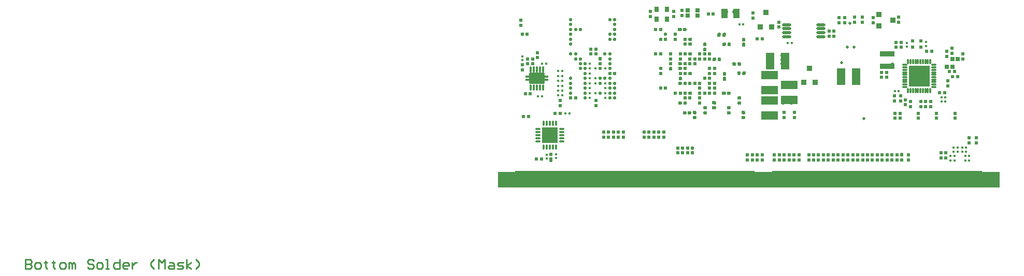
<source format=gbr>
G04 Layer_Color=16711935*
%FSLAX24Y24*%
%MOIN*%
%TF.FileFunction,Soldermask,Bot*%
%TF.Part,Single*%
G01*
G75*
%TA.AperFunction,NonConductor*%
%ADD53C,0.0100*%
%TA.AperFunction,SMDPad,SMDef*%
%ADD99R,0.0240X0.0220*%
%TA.AperFunction,NonConductor*%
%ADD101R,3.2283X0.1024*%
%TA.AperFunction,SMDPad,CuDef*%
%ADD102O,0.0591X0.0178*%
%ADD103R,0.0178X0.0178*%
%ADD104R,0.1351X0.1351*%
%ADD105O,0.0335X0.0119*%
%ADD106O,0.0119X0.0335*%
%ADD107R,0.0273X0.1100*%
%ADD108R,0.0946X0.0375*%
G04:AMPARAMS|DCode=109|XSize=70.5mil|YSize=100mil|CornerRadius=4.7mil|HoleSize=0mil|Usage=FLASHONLY|Rotation=270.000|XOffset=0mil|YOffset=0mil|HoleType=Round|Shape=RoundedRectangle|*
%AMROUNDEDRECTD109*
21,1,0.0705,0.0906,0,0,270.0*
21,1,0.0611,0.1000,0,0,270.0*
1,1,0.0094,-0.0453,-0.0305*
1,1,0.0094,-0.0453,0.0305*
1,1,0.0094,0.0453,0.0305*
1,1,0.0094,0.0453,-0.0305*
%
%ADD109ROUNDEDRECTD109*%
G04:AMPARAMS|DCode=110|XSize=16.5mil|YSize=39mil|CornerRadius=4.7mil|HoleSize=0mil|Usage=FLASHONLY|Rotation=180.000|XOffset=0mil|YOffset=0mil|HoleType=Round|Shape=RoundedRectangle|*
%AMROUNDEDRECTD110*
21,1,0.0165,0.0295,0,0,180.0*
21,1,0.0071,0.0390,0,0,180.0*
1,1,0.0095,-0.0035,0.0147*
1,1,0.0095,0.0035,0.0147*
1,1,0.0095,0.0035,-0.0147*
1,1,0.0095,-0.0035,-0.0147*
%
%ADD110ROUNDEDRECTD110*%
%ADD111R,0.0296X0.0375*%
%ADD112R,0.0245X0.0237*%
%ADD113R,0.0178X0.0178*%
%ADD114R,0.0335X0.0335*%
%ADD115R,0.0335X0.0335*%
%ADD116R,0.1024X0.1024*%
%ADD117O,0.0394X0.0138*%
%ADD118O,0.0138X0.0394*%
%ADD119R,0.0237X0.0245*%
%ADD120R,0.0257X0.0257*%
%ADD121R,0.0257X0.0257*%
%ADD122R,0.0571X0.1064*%
%ADD123R,0.1064X0.0571*%
%ADD124R,0.0434X0.0611*%
%TA.AperFunction,Conductor*%
%ADD125R,0.0316X0.0150*%
%TA.AperFunction,ViaPad*%
%ADD126C,0.0210*%
%TA.AperFunction,TestPad*%
%ADD127C,0.0200*%
%TA.AperFunction,ViaPad*%
%ADD128C,0.0200*%
D53*
X-30400Y-4600D02*
Y-5200D01*
X-30100D01*
X-30000Y-5100D01*
Y-5000D01*
X-30100Y-4900D01*
X-30400D01*
X-30100D01*
X-30000Y-4800D01*
Y-4700D01*
X-30100Y-4600D01*
X-30400D01*
X-29700Y-5200D02*
X-29500D01*
X-29400Y-5100D01*
Y-4900D01*
X-29500Y-4800D01*
X-29700D01*
X-29800Y-4900D01*
Y-5100D01*
X-29700Y-5200D01*
X-29100Y-4700D02*
Y-4800D01*
X-29200D01*
X-29000D01*
X-29100D01*
Y-5100D01*
X-29000Y-5200D01*
X-28601Y-4700D02*
Y-4800D01*
X-28701D01*
X-28501D01*
X-28601D01*
Y-5100D01*
X-28501Y-5200D01*
X-28101D02*
X-27901D01*
X-27801Y-5100D01*
Y-4900D01*
X-27901Y-4800D01*
X-28101D01*
X-28201Y-4900D01*
Y-5100D01*
X-28101Y-5200D01*
X-27601D02*
Y-4800D01*
X-27501D01*
X-27401Y-4900D01*
Y-5200D01*
Y-4900D01*
X-27301Y-4800D01*
X-27201Y-4900D01*
Y-5200D01*
X-26001Y-4700D02*
X-26101Y-4600D01*
X-26301D01*
X-26401Y-4700D01*
Y-4800D01*
X-26301Y-4900D01*
X-26101D01*
X-26001Y-5000D01*
Y-5100D01*
X-26101Y-5200D01*
X-26301D01*
X-26401Y-5100D01*
X-25702Y-5200D02*
X-25502D01*
X-25402Y-5100D01*
Y-4900D01*
X-25502Y-4800D01*
X-25702D01*
X-25801Y-4900D01*
Y-5100D01*
X-25702Y-5200D01*
X-25202D02*
X-25002D01*
X-25102D01*
Y-4600D01*
X-25202D01*
X-24302D02*
Y-5200D01*
X-24602D01*
X-24702Y-5100D01*
Y-4900D01*
X-24602Y-4800D01*
X-24302D01*
X-23802Y-5200D02*
X-24002D01*
X-24102Y-5100D01*
Y-4900D01*
X-24002Y-4800D01*
X-23802D01*
X-23702Y-4900D01*
Y-5000D01*
X-24102D01*
X-23502Y-4800D02*
Y-5200D01*
Y-5000D01*
X-23402Y-4900D01*
X-23302Y-4800D01*
X-23202D01*
X-22103Y-5200D02*
X-22303Y-5000D01*
Y-4800D01*
X-22103Y-4600D01*
X-21803Y-5200D02*
Y-4600D01*
X-21603Y-4800D01*
X-21403Y-4600D01*
Y-5200D01*
X-21103Y-4800D02*
X-20903D01*
X-20803Y-4900D01*
Y-5200D01*
X-21103D01*
X-21203Y-5100D01*
X-21103Y-5000D01*
X-20803D01*
X-20603Y-5200D02*
X-20303D01*
X-20203Y-5100D01*
X-20303Y-5000D01*
X-20503D01*
X-20603Y-4900D01*
X-20503Y-4800D01*
X-20203D01*
X-20003Y-5200D02*
Y-4600D01*
Y-5000D02*
X-19703Y-4800D01*
X-20003Y-5000D02*
X-19703Y-5200D01*
X-19404D02*
X-19204Y-5000D01*
Y-4800D01*
X-19404Y-4600D01*
D99*
X26673Y9065D02*
D03*
Y9459D02*
D03*
X27205D02*
D03*
Y9065D02*
D03*
D101*
X16142Y512D02*
D03*
D102*
X20787Y10502D02*
D03*
Y10246D02*
D03*
Y9990D02*
D03*
Y9734D02*
D03*
X18583Y10502D02*
D03*
Y10246D02*
D03*
Y9990D02*
D03*
Y9734D02*
D03*
D103*
X7165Y7677D02*
D03*
X6909D02*
D03*
X5020Y8307D02*
D03*
X5276D02*
D03*
X25541Y6220D02*
D03*
X25797D02*
D03*
X4144Y7205D02*
D03*
X3888D02*
D03*
X30069Y2047D02*
D03*
X30325D02*
D03*
X29872Y2323D02*
D03*
X30128D02*
D03*
X29577D02*
D03*
X29321D02*
D03*
X29380Y2047D02*
D03*
X29124D02*
D03*
X30069Y1772D02*
D03*
X30325D02*
D03*
X29872Y2598D02*
D03*
X30128D02*
D03*
X29577D02*
D03*
X29321D02*
D03*
X29380Y1772D02*
D03*
X29124D02*
D03*
X15797Y10512D02*
D03*
X15541D02*
D03*
X28789Y5827D02*
D03*
X28533D02*
D03*
Y5551D02*
D03*
X28789D02*
D03*
X18652Y9331D02*
D03*
X18907D02*
D03*
X5906Y6732D02*
D03*
X5650D02*
D03*
X6545D02*
D03*
X6289D02*
D03*
X5906Y6417D02*
D03*
X5650D02*
D03*
X4144Y6575D02*
D03*
X3888D02*
D03*
X6909Y6417D02*
D03*
X7165D02*
D03*
X4144Y6260D02*
D03*
X3888D02*
D03*
X6909Y6102D02*
D03*
X7165D02*
D03*
X4144Y5945D02*
D03*
X3888D02*
D03*
X6909Y5787D02*
D03*
X7165D02*
D03*
X5650Y6102D02*
D03*
X5906D02*
D03*
X6289Y7677D02*
D03*
X6545D02*
D03*
X6535Y6102D02*
D03*
X6280D02*
D03*
X6289Y7047D02*
D03*
X6545D02*
D03*
X5650Y5787D02*
D03*
X5906D02*
D03*
Y7047D02*
D03*
X5650D02*
D03*
X7165Y6732D02*
D03*
X6909D02*
D03*
X3888Y6890D02*
D03*
X4144D02*
D03*
X5650Y7362D02*
D03*
X5906D02*
D03*
Y7677D02*
D03*
X5650D02*
D03*
Y7992D02*
D03*
X5906D02*
D03*
X3888Y7520D02*
D03*
X4144D02*
D03*
X4616Y4803D02*
D03*
X4360D02*
D03*
X3120Y7992D02*
D03*
X2864D02*
D03*
X2589Y5906D02*
D03*
X2844D02*
D03*
X7175Y8622D02*
D03*
X6919D02*
D03*
X7490Y9567D02*
D03*
X7234D02*
D03*
Y9882D02*
D03*
X7490D02*
D03*
Y10827D02*
D03*
X7234D02*
D03*
X4715Y8622D02*
D03*
X4970D02*
D03*
X5030Y10197D02*
D03*
X5285D02*
D03*
X7175Y7047D02*
D03*
X6919D02*
D03*
D104*
X27106Y7205D02*
D03*
D105*
X26171Y7913D02*
D03*
Y7756D02*
D03*
Y7598D02*
D03*
Y7441D02*
D03*
Y7283D02*
D03*
Y7126D02*
D03*
Y6969D02*
D03*
Y6811D02*
D03*
Y6654D02*
D03*
Y6496D02*
D03*
X28041D02*
D03*
Y6654D02*
D03*
Y6811D02*
D03*
Y6969D02*
D03*
Y7126D02*
D03*
Y7283D02*
D03*
Y7441D02*
D03*
Y7598D02*
D03*
Y7756D02*
D03*
Y7913D02*
D03*
D106*
X26398Y6270D02*
D03*
X26555D02*
D03*
X26713D02*
D03*
X26870D02*
D03*
X27028D02*
D03*
X27185D02*
D03*
X27343D02*
D03*
X27500D02*
D03*
X27657D02*
D03*
X27815D02*
D03*
Y8140D02*
D03*
X27657D02*
D03*
X27500D02*
D03*
X27343D02*
D03*
X27185D02*
D03*
X27028D02*
D03*
X26870D02*
D03*
X26713D02*
D03*
X26555D02*
D03*
X26398D02*
D03*
D107*
X1260Y551D02*
D03*
X1496D02*
D03*
X1732D02*
D03*
X1969D02*
D03*
X2205D02*
D03*
X2441D02*
D03*
X2677D02*
D03*
X2913D02*
D03*
X3150D02*
D03*
X3386D02*
D03*
X3622D02*
D03*
X3858D02*
D03*
X4094D02*
D03*
X4331D02*
D03*
X4567D02*
D03*
X4803D02*
D03*
X5039D02*
D03*
X5276D02*
D03*
X5512D02*
D03*
X5748D02*
D03*
X5984D02*
D03*
X6220D02*
D03*
X6457D02*
D03*
X6693D02*
D03*
X6929D02*
D03*
X7165D02*
D03*
X7402D02*
D03*
X7638D02*
D03*
X7874D02*
D03*
X8110D02*
D03*
X8346D02*
D03*
X8583D02*
D03*
X8819D02*
D03*
X9055D02*
D03*
X9291D02*
D03*
X9528D02*
D03*
X9764D02*
D03*
X10000D02*
D03*
X10236D02*
D03*
X10472D02*
D03*
X10709D02*
D03*
X10945D02*
D03*
X11181D02*
D03*
X11417D02*
D03*
X11654D02*
D03*
X11890D02*
D03*
X12126D02*
D03*
X12362D02*
D03*
X12598D02*
D03*
X12835D02*
D03*
X13071D02*
D03*
X13307D02*
D03*
X13543D02*
D03*
X13780D02*
D03*
X14016D02*
D03*
X14252D02*
D03*
X14488D02*
D03*
X14724D02*
D03*
X14961D02*
D03*
X15197D02*
D03*
X15433D02*
D03*
X15669D02*
D03*
X15906D02*
D03*
X16142D02*
D03*
X16378D02*
D03*
X17795D02*
D03*
X18032D02*
D03*
X18268D02*
D03*
X18504D02*
D03*
X18740D02*
D03*
X18976D02*
D03*
X19213D02*
D03*
X19449D02*
D03*
X19685D02*
D03*
X19921D02*
D03*
X20157D02*
D03*
X20394D02*
D03*
X20630D02*
D03*
X20866D02*
D03*
X21102D02*
D03*
X21339D02*
D03*
X21575D02*
D03*
X21811D02*
D03*
X22047D02*
D03*
X22283D02*
D03*
X22520D02*
D03*
X22756D02*
D03*
X22992D02*
D03*
X23228D02*
D03*
X23465D02*
D03*
X23701D02*
D03*
X23937D02*
D03*
X24173D02*
D03*
X24409D02*
D03*
X24646D02*
D03*
X24882D02*
D03*
X25118D02*
D03*
X25354D02*
D03*
X25591D02*
D03*
X25827D02*
D03*
X26063D02*
D03*
X26299D02*
D03*
X26535D02*
D03*
X26772D02*
D03*
X27008D02*
D03*
X27244D02*
D03*
X27480D02*
D03*
X27717D02*
D03*
X27953D02*
D03*
X28189D02*
D03*
X28425D02*
D03*
X28661D02*
D03*
X28898D02*
D03*
X29134D02*
D03*
X29370D02*
D03*
X29606D02*
D03*
X29843D02*
D03*
X30079D02*
D03*
X30315D02*
D03*
X30551D02*
D03*
X30787D02*
D03*
X31024D02*
D03*
D108*
X25039Y7835D02*
D03*
Y8622D02*
D03*
D109*
X2520Y7047D02*
D03*
D110*
X2126Y7628D02*
D03*
X2323D02*
D03*
X2520D02*
D03*
X2717D02*
D03*
X2913D02*
D03*
Y6467D02*
D03*
X2717D02*
D03*
X2520D02*
D03*
X2323D02*
D03*
X2126D02*
D03*
D111*
X10876Y11486D02*
D03*
X10226D02*
D03*
Y10876D02*
D03*
X10876D02*
D03*
D112*
X5984Y8943D02*
D03*
Y8616D02*
D03*
X29409Y4809D02*
D03*
Y4482D02*
D03*
X24134Y10951D02*
D03*
Y10624D02*
D03*
X30787Y2907D02*
D03*
Y3234D02*
D03*
X30315D02*
D03*
Y2907D02*
D03*
X11417Y9888D02*
D03*
Y9561D02*
D03*
X22939Y10661D02*
D03*
Y10988D02*
D03*
X23451Y10661D02*
D03*
Y10988D02*
D03*
X25787Y10663D02*
D03*
Y10990D02*
D03*
X11299Y11018D02*
D03*
Y11344D02*
D03*
X16417Y11266D02*
D03*
Y10939D02*
D03*
X25354Y1805D02*
D03*
Y2132D02*
D03*
X25039Y1805D02*
D03*
Y2132D02*
D03*
X24724Y1805D02*
D03*
Y2132D02*
D03*
X24409Y1805D02*
D03*
Y2132D02*
D03*
X24094Y1805D02*
D03*
Y2132D02*
D03*
X23780Y1805D02*
D03*
Y2132D02*
D03*
X23465Y1805D02*
D03*
Y2132D02*
D03*
X23150Y1805D02*
D03*
Y2132D02*
D03*
X22835Y1805D02*
D03*
Y2132D02*
D03*
X22520Y1805D02*
D03*
Y2132D02*
D03*
X22205Y1805D02*
D03*
Y2132D02*
D03*
X21890Y1805D02*
D03*
Y2132D02*
D03*
X21575Y1805D02*
D03*
Y2132D02*
D03*
X21260Y1805D02*
D03*
Y2132D02*
D03*
X20945Y1805D02*
D03*
Y2132D02*
D03*
X20630Y1805D02*
D03*
Y2132D02*
D03*
X20315Y1805D02*
D03*
Y2132D02*
D03*
X20000D02*
D03*
Y1805D02*
D03*
X26417Y2132D02*
D03*
Y1805D02*
D03*
X19055D02*
D03*
Y2132D02*
D03*
X18740D02*
D03*
Y1805D02*
D03*
X18425D02*
D03*
Y2132D02*
D03*
X18110D02*
D03*
Y1805D02*
D03*
X17795D02*
D03*
Y2132D02*
D03*
X17008D02*
D03*
Y1805D02*
D03*
X16693D02*
D03*
Y2132D02*
D03*
X16378D02*
D03*
Y1805D02*
D03*
X16063D02*
D03*
Y2132D02*
D03*
X10354Y3262D02*
D03*
Y3589D02*
D03*
X10039D02*
D03*
Y3262D02*
D03*
X9724D02*
D03*
Y3589D02*
D03*
X9409D02*
D03*
Y3262D02*
D03*
X19370Y2132D02*
D03*
Y1805D02*
D03*
X8071Y3589D02*
D03*
Y3262D02*
D03*
X7756D02*
D03*
Y3589D02*
D03*
X7441D02*
D03*
Y3262D02*
D03*
X7126D02*
D03*
Y3589D02*
D03*
X6811D02*
D03*
Y3262D02*
D03*
X1496Y10467D02*
D03*
Y10793D02*
D03*
X18425Y4522D02*
D03*
Y4848D02*
D03*
X19094D02*
D03*
Y4522D02*
D03*
X28228Y4482D02*
D03*
Y4809D02*
D03*
X27047D02*
D03*
Y4482D02*
D03*
X25866D02*
D03*
Y4809D02*
D03*
X25512Y5911D02*
D03*
Y5585D02*
D03*
X27205Y5230D02*
D03*
Y5557D02*
D03*
X12992Y5467D02*
D03*
Y5793D02*
D03*
X11732Y7041D02*
D03*
Y7368D02*
D03*
X1575Y7593D02*
D03*
Y7919D02*
D03*
X11102Y8301D02*
D03*
Y8628D02*
D03*
Y7998D02*
D03*
Y7671D02*
D03*
X6565Y7986D02*
D03*
Y8313D02*
D03*
X25984Y2132D02*
D03*
Y1805D02*
D03*
X25669D02*
D03*
Y2132D02*
D03*
X13307Y9219D02*
D03*
Y8892D02*
D03*
X9803Y11344D02*
D03*
Y11018D02*
D03*
X29213Y8982D02*
D03*
Y8656D02*
D03*
X28937Y6896D02*
D03*
Y6569D02*
D03*
X28898Y8785D02*
D03*
Y8459D02*
D03*
X29921Y8301D02*
D03*
Y8628D02*
D03*
X25551Y4482D02*
D03*
Y4809D02*
D03*
X3425Y2171D02*
D03*
Y1844D02*
D03*
X13622Y8628D02*
D03*
Y8301D02*
D03*
X13307Y8628D02*
D03*
Y8301D02*
D03*
X12992Y8628D02*
D03*
Y8301D02*
D03*
X14567Y7002D02*
D03*
Y7329D02*
D03*
X11850Y11423D02*
D03*
Y11096D02*
D03*
X10472Y7683D02*
D03*
Y7356D02*
D03*
X15827Y9207D02*
D03*
Y9533D02*
D03*
X12992Y6411D02*
D03*
Y6738D02*
D03*
X14843Y4837D02*
D03*
Y5163D02*
D03*
X13898Y5478D02*
D03*
Y5152D02*
D03*
X15551Y5793D02*
D03*
Y5467D02*
D03*
X15787Y4522D02*
D03*
Y4848D02*
D03*
X13346Y5163D02*
D03*
Y4837D02*
D03*
X12638Y4848D02*
D03*
Y4522D02*
D03*
X21299Y10085D02*
D03*
Y9758D02*
D03*
X21614D02*
D03*
Y10085D02*
D03*
X18071Y10675D02*
D03*
Y10348D02*
D03*
X22309Y10965D02*
D03*
Y10638D02*
D03*
X21955Y10632D02*
D03*
Y10959D02*
D03*
X6299Y5309D02*
D03*
Y5636D02*
D03*
X6299Y8616D02*
D03*
Y8943D02*
D03*
X4016Y5309D02*
D03*
Y5636D02*
D03*
X2559Y8380D02*
D03*
Y8707D02*
D03*
X11732Y8628D02*
D03*
Y8301D02*
D03*
X25906Y5585D02*
D03*
Y5911D02*
D03*
X26220Y5675D02*
D03*
Y5348D02*
D03*
X26535Y5230D02*
D03*
Y5557D02*
D03*
X11890Y2571D02*
D03*
Y2244D02*
D03*
X12205D02*
D03*
Y2571D02*
D03*
X12520Y2244D02*
D03*
Y2571D02*
D03*
X11575D02*
D03*
Y2244D02*
D03*
X10669Y3589D02*
D03*
Y3262D02*
D03*
X28819Y1923D02*
D03*
Y2250D02*
D03*
X28504D02*
D03*
Y1923D02*
D03*
D113*
X7520Y5817D02*
D03*
Y6073D02*
D03*
X27559Y9390D02*
D03*
Y9134D02*
D03*
X26299Y9341D02*
D03*
Y9085D02*
D03*
X3740Y2175D02*
D03*
Y1919D02*
D03*
X3150Y1880D02*
D03*
Y2136D02*
D03*
X1575Y8474D02*
D03*
Y8219D02*
D03*
X7520Y6447D02*
D03*
Y6703D02*
D03*
X7205Y8022D02*
D03*
Y8278D02*
D03*
X7520Y10226D02*
D03*
Y10482D02*
D03*
X4685Y6132D02*
D03*
Y6388D02*
D03*
Y7018D02*
D03*
Y6762D02*
D03*
X5315Y7707D02*
D03*
Y7963D02*
D03*
X4685Y9281D02*
D03*
Y9537D02*
D03*
X4685Y9911D02*
D03*
Y10167D02*
D03*
Y10541D02*
D03*
Y10797D02*
D03*
D114*
X24510Y10413D02*
D03*
Y11161D02*
D03*
X25411Y10787D02*
D03*
D115*
X17244Y11278D02*
D03*
X16870Y10376D02*
D03*
X17618D02*
D03*
X20413Y6793D02*
D03*
X19665D02*
D03*
X20039Y7695D02*
D03*
D116*
X3350Y3400D02*
D03*
D117*
X4118Y3006D02*
D03*
Y3203D02*
D03*
Y3400D02*
D03*
Y3597D02*
D03*
Y3794D02*
D03*
X2582D02*
D03*
Y3597D02*
D03*
Y3400D02*
D03*
Y3203D02*
D03*
Y3006D02*
D03*
D118*
X3744Y4168D02*
D03*
X3547D02*
D03*
X3350D02*
D03*
X3153D02*
D03*
X2956D02*
D03*
Y2632D02*
D03*
X3153D02*
D03*
X3350D02*
D03*
X3547D02*
D03*
X3744D02*
D03*
D119*
X12041Y9252D02*
D03*
X12368D02*
D03*
X13537Y11181D02*
D03*
X13864D02*
D03*
X17014Y9606D02*
D03*
X16687D02*
D03*
X1896Y9882D02*
D03*
X1569D02*
D03*
X27919Y8780D02*
D03*
X27593D02*
D03*
X28419Y6142D02*
D03*
X28746D02*
D03*
X1648Y4606D02*
D03*
X1974D02*
D03*
X3695Y4803D02*
D03*
X4022D02*
D03*
X12986Y6102D02*
D03*
X13313D02*
D03*
X2250Y7992D02*
D03*
X1923D02*
D03*
X4679Y5787D02*
D03*
X5006D02*
D03*
X7199Y7362D02*
D03*
X7526D02*
D03*
X27841Y5236D02*
D03*
X27514D02*
D03*
X29049Y7480D02*
D03*
X29376D02*
D03*
X29573Y7165D02*
D03*
X29246D02*
D03*
X25618Y9370D02*
D03*
X25945D02*
D03*
Y9055D02*
D03*
X25618D02*
D03*
X25006Y7441D02*
D03*
X24679D02*
D03*
Y7126D02*
D03*
X25006D02*
D03*
X2801Y1850D02*
D03*
X2474D02*
D03*
X12053Y7677D02*
D03*
X11726D02*
D03*
X12368Y7362D02*
D03*
X12041D02*
D03*
X11726Y7992D02*
D03*
X12053D02*
D03*
X13943Y7677D02*
D03*
X13616D02*
D03*
X13943Y6732D02*
D03*
X13616D02*
D03*
X13943Y6102D02*
D03*
X13616D02*
D03*
X13943Y6417D02*
D03*
X13616D02*
D03*
X13943Y7362D02*
D03*
X13616D02*
D03*
X12683Y7992D02*
D03*
X12356D02*
D03*
X12368Y6102D02*
D03*
X12041D02*
D03*
X12368Y8622D02*
D03*
X12041D02*
D03*
X10152Y10197D02*
D03*
X10478D02*
D03*
X10467Y9567D02*
D03*
X10793D02*
D03*
X10467Y6417D02*
D03*
X10793D02*
D03*
X10478Y8622D02*
D03*
X10152D02*
D03*
X15230Y7953D02*
D03*
X15557D02*
D03*
X14848Y6102D02*
D03*
X14522D02*
D03*
X15833Y7402D02*
D03*
X15506D02*
D03*
X12053Y5472D02*
D03*
X11726D02*
D03*
X13628Y7047D02*
D03*
X13301D02*
D03*
X14533Y9843D02*
D03*
X14207D02*
D03*
X14888Y9213D02*
D03*
X14561D02*
D03*
X13931Y8268D02*
D03*
X14258D02*
D03*
X11687Y10197D02*
D03*
X12014D02*
D03*
X12683Y8307D02*
D03*
X12356D02*
D03*
Y6732D02*
D03*
X12683D02*
D03*
X12368Y9567D02*
D03*
X12041D02*
D03*
X12329Y4843D02*
D03*
X12002D02*
D03*
X12362Y5787D02*
D03*
X12035D02*
D03*
X11726Y6732D02*
D03*
X12053D02*
D03*
X1923Y8307D02*
D03*
X2250D02*
D03*
X2093Y6063D02*
D03*
X1766D02*
D03*
X11411Y6102D02*
D03*
X11738D02*
D03*
X27514Y5551D02*
D03*
X27841D02*
D03*
D120*
X29587Y8307D02*
D03*
X29232D02*
D03*
X29232Y7795D02*
D03*
X28878D02*
D03*
D121*
X12835Y11437D02*
D03*
Y11083D02*
D03*
X12205D02*
D03*
Y11437D02*
D03*
D122*
X18474Y8150D02*
D03*
X17510D02*
D03*
X23041Y7165D02*
D03*
X22077D02*
D03*
D123*
X17480Y6289D02*
D03*
Y7254D02*
D03*
X18740Y6624D02*
D03*
Y5659D02*
D03*
X17480Y5610D02*
D03*
Y4646D02*
D03*
D124*
X15335Y11220D02*
D03*
X14587D02*
D03*
D125*
X1910Y7145D02*
D03*
X1910Y6949D02*
D03*
X3130Y6949D02*
D03*
X3130Y7145D02*
D03*
D126*
X3600Y3150D02*
D03*
Y3650D02*
D03*
X3100D02*
D03*
Y3150D02*
D03*
X3600Y3150D02*
D03*
Y3650D02*
D03*
X3100D02*
D03*
Y3150D02*
D03*
X31024Y394D02*
D03*
X30315D02*
D03*
X29134D02*
D03*
X28425D02*
D03*
X25118D02*
D03*
X23228D02*
D03*
X1260D02*
D03*
X1969D02*
D03*
X3150D02*
D03*
X3858D02*
D03*
X6457D02*
D03*
X9055D02*
D03*
X11654D02*
D03*
X15197Y11339D02*
D03*
X14724D02*
D03*
X26693Y7638D02*
D03*
Y7205D02*
D03*
Y6772D02*
D03*
X27126D02*
D03*
Y7638D02*
D03*
X27559D02*
D03*
Y7205D02*
D03*
Y6772D02*
D03*
X27126Y7205D02*
D03*
X2205Y6890D02*
D03*
Y7244D02*
D03*
X2835Y6850D02*
D03*
Y7244D02*
D03*
X2520Y7047D02*
D03*
X11732Y6102D02*
D03*
X11417D02*
D03*
X11102Y8628D02*
D03*
X18543Y6575D02*
D03*
X17717Y7402D02*
D03*
Y7126D02*
D03*
X17638Y8543D02*
D03*
X18898Y5472D02*
D03*
Y5748D02*
D03*
X18622D02*
D03*
X18346Y5472D02*
D03*
X17795D02*
D03*
Y5748D02*
D03*
X17520Y5472D02*
D03*
Y5748D02*
D03*
Y6299D02*
D03*
X23189Y6772D02*
D03*
X22913D02*
D03*
Y7520D02*
D03*
X23189D02*
D03*
Y7165D02*
D03*
X22913D02*
D03*
X22244Y7520D02*
D03*
X21969D02*
D03*
Y6772D02*
D03*
X22244Y7165D02*
D03*
X21969D02*
D03*
X22244Y6772D02*
D03*
X12205Y11378D02*
D03*
X15512Y7362D02*
D03*
X23228Y945D02*
D03*
X25118D02*
D03*
X14567Y6102D02*
D03*
X14882D02*
D03*
X12992D02*
D03*
X11654Y945D02*
D03*
X9055D02*
D03*
X6457D02*
D03*
X3150D02*
D03*
X1969D02*
D03*
X1260D02*
D03*
X5984Y8937D02*
D03*
X5000Y5787D02*
D03*
X6299Y8937D02*
D03*
X5630Y6417D02*
D03*
X6575Y7677D02*
D03*
X5630Y6732D02*
D03*
X6575D02*
D03*
Y7047D02*
D03*
X6890Y7047D02*
D03*
X5630Y7677D02*
D03*
X7205Y5787D02*
D03*
Y6102D02*
D03*
X5315Y7677D02*
D03*
Y7992D02*
D03*
X7520Y7362D02*
D03*
X7205D02*
D03*
X10472Y7677D02*
D03*
Y7362D02*
D03*
X6575Y7992D02*
D03*
Y8307D02*
D03*
X10472Y6417D02*
D03*
X11417Y9567D02*
D03*
Y9882D02*
D03*
X12047Y7362D02*
D03*
X11732D02*
D03*
X12992Y5787D02*
D03*
Y5472D02*
D03*
X12362Y5787D02*
D03*
X14567Y7047D02*
D03*
X12992Y6417D02*
D03*
X13307Y7047D02*
D03*
X13937Y6102D02*
D03*
Y6732D02*
D03*
X13622Y6417D02*
D03*
X13937Y7362D02*
D03*
X13622Y7677D02*
D03*
X10472Y9567D02*
D03*
Y10197D02*
D03*
X12677Y4528D02*
D03*
X13307Y5157D02*
D03*
X13937D02*
D03*
X14882Y4843D02*
D03*
X15512Y5787D02*
D03*
X15827Y7362D02*
D03*
X15197Y7992D02*
D03*
X15827Y4528D02*
D03*
Y9567D02*
D03*
X14567Y9252D02*
D03*
Y9882D02*
D03*
X14252Y8307D02*
D03*
X13622D02*
D03*
X13307Y8622D02*
D03*
X12047Y7677D02*
D03*
X12362Y8307D02*
D03*
Y8622D02*
D03*
X12992Y8307D02*
D03*
X11732D02*
D03*
Y7047D02*
D03*
X12047Y9252D02*
D03*
Y9567D02*
D03*
X11732Y10197D02*
D03*
X10787Y6417D02*
D03*
X12362Y4843D02*
D03*
X14567Y7362D02*
D03*
X12992Y6732D02*
D03*
X13937Y6417D02*
D03*
X13622Y6102D02*
D03*
Y6732D02*
D03*
Y7047D02*
D03*
Y7362D02*
D03*
X13937Y7677D02*
D03*
X3425Y1772D02*
D03*
X3858Y945D02*
D03*
X3350Y3400D02*
D03*
X10472Y8622D02*
D03*
X10787Y9567D02*
D03*
X10157Y10197D02*
D03*
X12677Y4843D02*
D03*
X13307D02*
D03*
X13937Y5472D02*
D03*
X14882Y5157D02*
D03*
X15512Y7992D02*
D03*
X15827Y4843D02*
D03*
Y9252D02*
D03*
X14882D02*
D03*
X14252Y9882D02*
D03*
X13937Y8307D02*
D03*
X13622Y8622D02*
D03*
X13307Y8937D02*
D03*
X12047Y8622D02*
D03*
X12992D02*
D03*
X12677Y8307D02*
D03*
X11732Y8622D02*
D03*
X12362Y9567D02*
D03*
Y9252D02*
D03*
X12047Y10197D02*
D03*
Y5472D02*
D03*
X12677Y6732D02*
D03*
X12362D02*
D03*
X12047D02*
D03*
Y4843D02*
D03*
X11732Y5472D02*
D03*
X12362Y7362D02*
D03*
X11732Y6732D02*
D03*
X11102Y7992D02*
D03*
X11732Y7992D02*
D03*
X12047D02*
D03*
X12362Y6102D02*
D03*
X12047D02*
D03*
Y5787D02*
D03*
X11102Y7677D02*
D03*
X11732Y7677D02*
D03*
X5000Y8307D02*
D03*
X5315D02*
D03*
X4685Y10827D02*
D03*
Y10512D02*
D03*
Y10197D02*
D03*
Y9882D02*
D03*
X5315Y10197D02*
D03*
X5000D02*
D03*
X4685Y9567D02*
D03*
Y9252D02*
D03*
Y8622D02*
D03*
X5000D02*
D03*
X4685Y7047D02*
D03*
Y6732D02*
D03*
Y6417D02*
D03*
Y6102D02*
D03*
Y5787D02*
D03*
X7205Y10827D02*
D03*
X7520D02*
D03*
Y10512D02*
D03*
Y10197D02*
D03*
Y9882D02*
D03*
Y9567D02*
D03*
X7205Y9882D02*
D03*
Y9567D02*
D03*
X6890Y8622D02*
D03*
X7205D02*
D03*
Y8307D02*
D03*
Y7992D02*
D03*
X7520Y6732D02*
D03*
Y6417D02*
D03*
Y6102D02*
D03*
Y5787D02*
D03*
X7205Y7677D02*
D03*
X5630Y7362D02*
D03*
Y5787D02*
D03*
Y7992D02*
D03*
X7205Y6732D02*
D03*
Y6417D02*
D03*
X5630Y6102D02*
D03*
X6575D02*
D03*
X5630Y7047D02*
D03*
X11102Y8307D02*
D03*
X10157Y8622D02*
D03*
X10787Y9882D02*
D03*
X7205Y7047D02*
D03*
X12677Y7992D02*
D03*
X13307Y8307D02*
D03*
Y9252D02*
D03*
X25394Y7953D02*
D03*
Y7756D02*
D03*
X31024Y945D02*
D03*
X30315D02*
D03*
X29134D02*
D03*
X28425D02*
D03*
X25984Y2165D02*
D03*
X15512Y5472D02*
D03*
X13307Y6102D02*
D03*
X18268Y8543D02*
D03*
X18543D02*
D03*
X18268Y8268D02*
D03*
X18543D02*
D03*
Y7992D02*
D03*
X18268D02*
D03*
X18543Y7717D02*
D03*
D127*
X23543Y4449D02*
D03*
D128*
X22480Y9055D02*
D03*
X22913D02*
D03*
X22126Y8071D02*
D03*
X22638Y10591D02*
D03*
%TF.MD5,eae5a75741f9f3bf00c5ea0bf852083d*%
M02*

</source>
